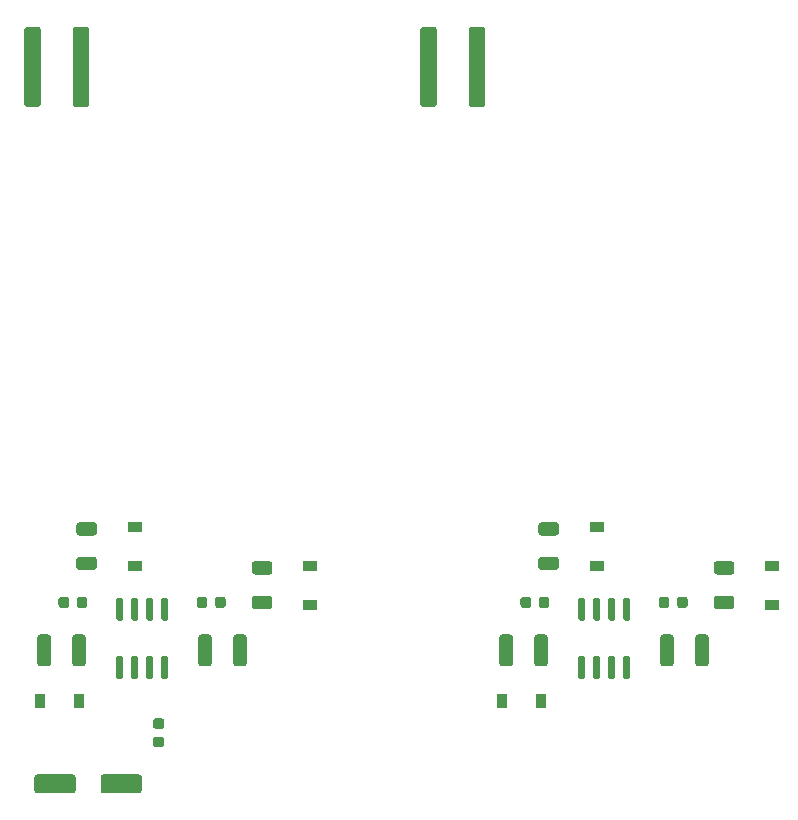
<source format=gbr>
%TF.GenerationSoftware,KiCad,Pcbnew,(5.1.9)-1*%
%TF.CreationDate,2021-02-12T13:26:54-08:00*%
%TF.ProjectId,VFD,5646442e-6b69-4636-9164-5f7063625858,1.0*%
%TF.SameCoordinates,PX50e7ea0PY815a420*%
%TF.FileFunction,Paste,Top*%
%TF.FilePolarity,Positive*%
%FSLAX46Y46*%
G04 Gerber Fmt 4.6, Leading zero omitted, Abs format (unit mm)*
G04 Created by KiCad (PCBNEW (5.1.9)-1) date 2021-02-12 13:26:54*
%MOMM*%
%LPD*%
G01*
G04 APERTURE LIST*
%ADD10R,0.900000X1.200000*%
%ADD11R,1.200000X0.900000*%
G04 APERTURE END LIST*
%TO.C,R1*%
G36*
G01*
X64144999Y24184500D02*
X65395001Y24184500D01*
G75*
G02*
X65645000Y23934501I0J-249999D01*
G01*
X65645000Y23309499D01*
G75*
G02*
X65395001Y23059500I-249999J0D01*
G01*
X64144999Y23059500D01*
G75*
G02*
X63895000Y23309499I0J249999D01*
G01*
X63895000Y23934501D01*
G75*
G02*
X64144999Y24184500I249999J0D01*
G01*
G37*
G36*
G01*
X64144999Y27109500D02*
X65395001Y27109500D01*
G75*
G02*
X65645000Y26859501I0J-249999D01*
G01*
X65645000Y26234499D01*
G75*
G02*
X65395001Y25984500I-249999J0D01*
G01*
X64144999Y25984500D01*
G75*
G02*
X63895000Y26234499I0J249999D01*
G01*
X63895000Y26859501D01*
G75*
G02*
X64144999Y27109500I249999J0D01*
G01*
G37*
%TD*%
D10*
%TO.C,D7*%
X103251000Y11938000D03*
X99951000Y11938000D03*
%TD*%
D11*
%TO.C,D5*%
X107950000Y23368000D03*
X107950000Y26668000D03*
%TD*%
%TO.C,D6*%
X122809000Y20066000D03*
X122809000Y23366000D03*
%TD*%
%TO.C,U2*%
G36*
G01*
X106830000Y13822000D02*
X106530000Y13822000D01*
G75*
G02*
X106380000Y13972000I0J150000D01*
G01*
X106380000Y15622000D01*
G75*
G02*
X106530000Y15772000I150000J0D01*
G01*
X106830000Y15772000D01*
G75*
G02*
X106980000Y15622000I0J-150000D01*
G01*
X106980000Y13972000D01*
G75*
G02*
X106830000Y13822000I-150000J0D01*
G01*
G37*
G36*
G01*
X108100000Y13822000D02*
X107800000Y13822000D01*
G75*
G02*
X107650000Y13972000I0J150000D01*
G01*
X107650000Y15622000D01*
G75*
G02*
X107800000Y15772000I150000J0D01*
G01*
X108100000Y15772000D01*
G75*
G02*
X108250000Y15622000I0J-150000D01*
G01*
X108250000Y13972000D01*
G75*
G02*
X108100000Y13822000I-150000J0D01*
G01*
G37*
G36*
G01*
X109370000Y13822000D02*
X109070000Y13822000D01*
G75*
G02*
X108920000Y13972000I0J150000D01*
G01*
X108920000Y15622000D01*
G75*
G02*
X109070000Y15772000I150000J0D01*
G01*
X109370000Y15772000D01*
G75*
G02*
X109520000Y15622000I0J-150000D01*
G01*
X109520000Y13972000D01*
G75*
G02*
X109370000Y13822000I-150000J0D01*
G01*
G37*
G36*
G01*
X110640000Y13822000D02*
X110340000Y13822000D01*
G75*
G02*
X110190000Y13972000I0J150000D01*
G01*
X110190000Y15622000D01*
G75*
G02*
X110340000Y15772000I150000J0D01*
G01*
X110640000Y15772000D01*
G75*
G02*
X110790000Y15622000I0J-150000D01*
G01*
X110790000Y13972000D01*
G75*
G02*
X110640000Y13822000I-150000J0D01*
G01*
G37*
G36*
G01*
X110640000Y18772000D02*
X110340000Y18772000D01*
G75*
G02*
X110190000Y18922000I0J150000D01*
G01*
X110190000Y20572000D01*
G75*
G02*
X110340000Y20722000I150000J0D01*
G01*
X110640000Y20722000D01*
G75*
G02*
X110790000Y20572000I0J-150000D01*
G01*
X110790000Y18922000D01*
G75*
G02*
X110640000Y18772000I-150000J0D01*
G01*
G37*
G36*
G01*
X109370000Y18772000D02*
X109070000Y18772000D01*
G75*
G02*
X108920000Y18922000I0J150000D01*
G01*
X108920000Y20572000D01*
G75*
G02*
X109070000Y20722000I150000J0D01*
G01*
X109370000Y20722000D01*
G75*
G02*
X109520000Y20572000I0J-150000D01*
G01*
X109520000Y18922000D01*
G75*
G02*
X109370000Y18772000I-150000J0D01*
G01*
G37*
G36*
G01*
X108100000Y18772000D02*
X107800000Y18772000D01*
G75*
G02*
X107650000Y18922000I0J150000D01*
G01*
X107650000Y20572000D01*
G75*
G02*
X107800000Y20722000I150000J0D01*
G01*
X108100000Y20722000D01*
G75*
G02*
X108250000Y20572000I0J-150000D01*
G01*
X108250000Y18922000D01*
G75*
G02*
X108100000Y18772000I-150000J0D01*
G01*
G37*
G36*
G01*
X106830000Y18772000D02*
X106530000Y18772000D01*
G75*
G02*
X106380000Y18922000I0J150000D01*
G01*
X106380000Y20572000D01*
G75*
G02*
X106530000Y20722000I150000J0D01*
G01*
X106830000Y20722000D01*
G75*
G02*
X106980000Y20572000I0J-150000D01*
G01*
X106980000Y18922000D01*
G75*
G02*
X106830000Y18772000I-150000J0D01*
G01*
G37*
%TD*%
%TO.C,R3*%
G36*
G01*
X103260999Y27109500D02*
X104511001Y27109500D01*
G75*
G02*
X104761000Y26859501I0J-249999D01*
G01*
X104761000Y26234499D01*
G75*
G02*
X104511001Y25984500I-249999J0D01*
G01*
X103260999Y25984500D01*
G75*
G02*
X103011000Y26234499I0J249999D01*
G01*
X103011000Y26859501D01*
G75*
G02*
X103260999Y27109500I249999J0D01*
G01*
G37*
G36*
G01*
X103260999Y24184500D02*
X104511001Y24184500D01*
G75*
G02*
X104761000Y23934501I0J-249999D01*
G01*
X104761000Y23309499D01*
G75*
G02*
X104511001Y23059500I-249999J0D01*
G01*
X103260999Y23059500D01*
G75*
G02*
X103011000Y23309499I0J249999D01*
G01*
X103011000Y23934501D01*
G75*
G02*
X103260999Y24184500I249999J0D01*
G01*
G37*
%TD*%
%TO.C,R4*%
G36*
G01*
X118119999Y23807500D02*
X119370001Y23807500D01*
G75*
G02*
X119620000Y23557501I0J-249999D01*
G01*
X119620000Y22932499D01*
G75*
G02*
X119370001Y22682500I-249999J0D01*
G01*
X118119999Y22682500D01*
G75*
G02*
X117870000Y22932499I0J249999D01*
G01*
X117870000Y23557501D01*
G75*
G02*
X118119999Y23807500I249999J0D01*
G01*
G37*
G36*
G01*
X118119999Y20882500D02*
X119370001Y20882500D01*
G75*
G02*
X119620000Y20632501I0J-249999D01*
G01*
X119620000Y20007499D01*
G75*
G02*
X119370001Y19757500I-249999J0D01*
G01*
X118119999Y19757500D01*
G75*
G02*
X117870000Y20007499I0J249999D01*
G01*
X117870000Y20632501D01*
G75*
G02*
X118119999Y20882500I249999J0D01*
G01*
G37*
%TD*%
%TO.C,C16*%
G36*
G01*
X113344000Y15155999D02*
X113344000Y17356001D01*
G75*
G02*
X113593999Y17606000I249999J0D01*
G01*
X114244001Y17606000D01*
G75*
G02*
X114494000Y17356001I0J-249999D01*
G01*
X114494000Y15155999D01*
G75*
G02*
X114244001Y14906000I-249999J0D01*
G01*
X113593999Y14906000D01*
G75*
G02*
X113344000Y15155999I0J249999D01*
G01*
G37*
G36*
G01*
X116294000Y15155999D02*
X116294000Y17356001D01*
G75*
G02*
X116543999Y17606000I249999J0D01*
G01*
X117194001Y17606000D01*
G75*
G02*
X117444000Y17356001I0J-249999D01*
G01*
X117444000Y15155999D01*
G75*
G02*
X117194001Y14906000I-249999J0D01*
G01*
X116543999Y14906000D01*
G75*
G02*
X116294000Y15155999I0J249999D01*
G01*
G37*
%TD*%
%TO.C,C17*%
G36*
G01*
X113215000Y20070000D02*
X113215000Y20570000D01*
G75*
G02*
X113440000Y20795000I225000J0D01*
G01*
X113890000Y20795000D01*
G75*
G02*
X114115000Y20570000I0J-225000D01*
G01*
X114115000Y20070000D01*
G75*
G02*
X113890000Y19845000I-225000J0D01*
G01*
X113440000Y19845000D01*
G75*
G02*
X113215000Y20070000I0J225000D01*
G01*
G37*
G36*
G01*
X114765000Y20070000D02*
X114765000Y20570000D01*
G75*
G02*
X114990000Y20795000I225000J0D01*
G01*
X115440000Y20795000D01*
G75*
G02*
X115665000Y20570000I0J-225000D01*
G01*
X115665000Y20070000D01*
G75*
G02*
X115440000Y19845000I-225000J0D01*
G01*
X114990000Y19845000D01*
G75*
G02*
X114765000Y20070000I0J225000D01*
G01*
G37*
%TD*%
%TO.C,C14*%
G36*
G01*
X103826000Y17356001D02*
X103826000Y15155999D01*
G75*
G02*
X103576001Y14906000I-249999J0D01*
G01*
X102925999Y14906000D01*
G75*
G02*
X102676000Y15155999I0J249999D01*
G01*
X102676000Y17356001D01*
G75*
G02*
X102925999Y17606000I249999J0D01*
G01*
X103576001Y17606000D01*
G75*
G02*
X103826000Y17356001I0J-249999D01*
G01*
G37*
G36*
G01*
X100876000Y17356001D02*
X100876000Y15155999D01*
G75*
G02*
X100626001Y14906000I-249999J0D01*
G01*
X99975999Y14906000D01*
G75*
G02*
X99726000Y15155999I0J249999D01*
G01*
X99726000Y17356001D01*
G75*
G02*
X99975999Y17606000I249999J0D01*
G01*
X100626001Y17606000D01*
G75*
G02*
X100876000Y17356001I0J-249999D01*
G01*
G37*
%TD*%
%TO.C,C12*%
G36*
G01*
X103955000Y20570000D02*
X103955000Y20070000D01*
G75*
G02*
X103730000Y19845000I-225000J0D01*
G01*
X103280000Y19845000D01*
G75*
G02*
X103055000Y20070000I0J225000D01*
G01*
X103055000Y20570000D01*
G75*
G02*
X103280000Y20795000I225000J0D01*
G01*
X103730000Y20795000D01*
G75*
G02*
X103955000Y20570000I0J-225000D01*
G01*
G37*
G36*
G01*
X102405000Y20570000D02*
X102405000Y20070000D01*
G75*
G02*
X102180000Y19845000I-225000J0D01*
G01*
X101730000Y19845000D01*
G75*
G02*
X101505000Y20070000I0J225000D01*
G01*
X101505000Y20570000D01*
G75*
G02*
X101730000Y20795000I225000J0D01*
G01*
X102180000Y20795000D01*
G75*
G02*
X102405000Y20570000I0J-225000D01*
G01*
G37*
%TD*%
%TO.C,R2*%
G36*
G01*
X79003999Y20882500D02*
X80254001Y20882500D01*
G75*
G02*
X80504000Y20632501I0J-249999D01*
G01*
X80504000Y20007499D01*
G75*
G02*
X80254001Y19757500I-249999J0D01*
G01*
X79003999Y19757500D01*
G75*
G02*
X78754000Y20007499I0J249999D01*
G01*
X78754000Y20632501D01*
G75*
G02*
X79003999Y20882500I249999J0D01*
G01*
G37*
G36*
G01*
X79003999Y23807500D02*
X80254001Y23807500D01*
G75*
G02*
X80504000Y23557501I0J-249999D01*
G01*
X80504000Y22932499D01*
G75*
G02*
X80254001Y22682500I-249999J0D01*
G01*
X79003999Y22682500D01*
G75*
G02*
X78754000Y22932499I0J249999D01*
G01*
X78754000Y23557501D01*
G75*
G02*
X79003999Y23807500I249999J0D01*
G01*
G37*
%TD*%
%TO.C,U1*%
G36*
G01*
X67714000Y18772000D02*
X67414000Y18772000D01*
G75*
G02*
X67264000Y18922000I0J150000D01*
G01*
X67264000Y20572000D01*
G75*
G02*
X67414000Y20722000I150000J0D01*
G01*
X67714000Y20722000D01*
G75*
G02*
X67864000Y20572000I0J-150000D01*
G01*
X67864000Y18922000D01*
G75*
G02*
X67714000Y18772000I-150000J0D01*
G01*
G37*
G36*
G01*
X68984000Y18772000D02*
X68684000Y18772000D01*
G75*
G02*
X68534000Y18922000I0J150000D01*
G01*
X68534000Y20572000D01*
G75*
G02*
X68684000Y20722000I150000J0D01*
G01*
X68984000Y20722000D01*
G75*
G02*
X69134000Y20572000I0J-150000D01*
G01*
X69134000Y18922000D01*
G75*
G02*
X68984000Y18772000I-150000J0D01*
G01*
G37*
G36*
G01*
X70254000Y18772000D02*
X69954000Y18772000D01*
G75*
G02*
X69804000Y18922000I0J150000D01*
G01*
X69804000Y20572000D01*
G75*
G02*
X69954000Y20722000I150000J0D01*
G01*
X70254000Y20722000D01*
G75*
G02*
X70404000Y20572000I0J-150000D01*
G01*
X70404000Y18922000D01*
G75*
G02*
X70254000Y18772000I-150000J0D01*
G01*
G37*
G36*
G01*
X71524000Y18772000D02*
X71224000Y18772000D01*
G75*
G02*
X71074000Y18922000I0J150000D01*
G01*
X71074000Y20572000D01*
G75*
G02*
X71224000Y20722000I150000J0D01*
G01*
X71524000Y20722000D01*
G75*
G02*
X71674000Y20572000I0J-150000D01*
G01*
X71674000Y18922000D01*
G75*
G02*
X71524000Y18772000I-150000J0D01*
G01*
G37*
G36*
G01*
X71524000Y13822000D02*
X71224000Y13822000D01*
G75*
G02*
X71074000Y13972000I0J150000D01*
G01*
X71074000Y15622000D01*
G75*
G02*
X71224000Y15772000I150000J0D01*
G01*
X71524000Y15772000D01*
G75*
G02*
X71674000Y15622000I0J-150000D01*
G01*
X71674000Y13972000D01*
G75*
G02*
X71524000Y13822000I-150000J0D01*
G01*
G37*
G36*
G01*
X70254000Y13822000D02*
X69954000Y13822000D01*
G75*
G02*
X69804000Y13972000I0J150000D01*
G01*
X69804000Y15622000D01*
G75*
G02*
X69954000Y15772000I150000J0D01*
G01*
X70254000Y15772000D01*
G75*
G02*
X70404000Y15622000I0J-150000D01*
G01*
X70404000Y13972000D01*
G75*
G02*
X70254000Y13822000I-150000J0D01*
G01*
G37*
G36*
G01*
X68984000Y13822000D02*
X68684000Y13822000D01*
G75*
G02*
X68534000Y13972000I0J150000D01*
G01*
X68534000Y15622000D01*
G75*
G02*
X68684000Y15772000I150000J0D01*
G01*
X68984000Y15772000D01*
G75*
G02*
X69134000Y15622000I0J-150000D01*
G01*
X69134000Y13972000D01*
G75*
G02*
X68984000Y13822000I-150000J0D01*
G01*
G37*
G36*
G01*
X67714000Y13822000D02*
X67414000Y13822000D01*
G75*
G02*
X67264000Y13972000I0J150000D01*
G01*
X67264000Y15622000D01*
G75*
G02*
X67414000Y15772000I150000J0D01*
G01*
X67714000Y15772000D01*
G75*
G02*
X67864000Y15622000I0J-150000D01*
G01*
X67864000Y13972000D01*
G75*
G02*
X67714000Y13822000I-150000J0D01*
G01*
G37*
%TD*%
%TO.C,D3*%
X83693000Y23366000D03*
X83693000Y20066000D03*
%TD*%
%TO.C,D2*%
X68834000Y26668000D03*
X68834000Y23368000D03*
%TD*%
D10*
%TO.C,D1*%
X60835000Y11938000D03*
X64135000Y11938000D03*
%TD*%
%TO.C,C9*%
G36*
G01*
X97126000Y62508999D02*
X97126000Y68809001D01*
G75*
G02*
X97375999Y69059000I249999J0D01*
G01*
X98276001Y69059000D01*
G75*
G02*
X98526000Y68809001I0J-249999D01*
G01*
X98526000Y62508999D01*
G75*
G02*
X98276001Y62259000I-249999J0D01*
G01*
X97375999Y62259000D01*
G75*
G02*
X97126000Y62508999I0J249999D01*
G01*
G37*
G36*
G01*
X93026000Y62508999D02*
X93026000Y68809001D01*
G75*
G02*
X93275999Y69059000I249999J0D01*
G01*
X94176001Y69059000D01*
G75*
G02*
X94426000Y68809001I0J-249999D01*
G01*
X94426000Y62508999D01*
G75*
G02*
X94176001Y62259000I-249999J0D01*
G01*
X93275999Y62259000D01*
G75*
G02*
X93026000Y62508999I0J249999D01*
G01*
G37*
%TD*%
%TO.C,C7*%
G36*
G01*
X70616000Y8959000D02*
X71116000Y8959000D01*
G75*
G02*
X71341000Y8734000I0J-225000D01*
G01*
X71341000Y8284000D01*
G75*
G02*
X71116000Y8059000I-225000J0D01*
G01*
X70616000Y8059000D01*
G75*
G02*
X70391000Y8284000I0J225000D01*
G01*
X70391000Y8734000D01*
G75*
G02*
X70616000Y8959000I225000J0D01*
G01*
G37*
G36*
G01*
X70616000Y10509000D02*
X71116000Y10509000D01*
G75*
G02*
X71341000Y10284000I0J-225000D01*
G01*
X71341000Y9834000D01*
G75*
G02*
X71116000Y9609000I-225000J0D01*
G01*
X70616000Y9609000D01*
G75*
G02*
X70391000Y9834000I0J225000D01*
G01*
X70391000Y10284000D01*
G75*
G02*
X70616000Y10509000I225000J0D01*
G01*
G37*
%TD*%
%TO.C,C6*%
G36*
G01*
X63598000Y62508999D02*
X63598000Y68809001D01*
G75*
G02*
X63847999Y69059000I249999J0D01*
G01*
X64748001Y69059000D01*
G75*
G02*
X64998000Y68809001I0J-249999D01*
G01*
X64998000Y62508999D01*
G75*
G02*
X64748001Y62259000I-249999J0D01*
G01*
X63847999Y62259000D01*
G75*
G02*
X63598000Y62508999I0J249999D01*
G01*
G37*
G36*
G01*
X59498000Y62508999D02*
X59498000Y68809001D01*
G75*
G02*
X59747999Y69059000I249999J0D01*
G01*
X60648001Y69059000D01*
G75*
G02*
X60898000Y68809001I0J-249999D01*
G01*
X60898000Y62508999D01*
G75*
G02*
X60648001Y62259000I-249999J0D01*
G01*
X59747999Y62259000D01*
G75*
G02*
X59498000Y62508999I0J249999D01*
G01*
G37*
%TD*%
%TO.C,C5*%
G36*
G01*
X65953000Y4403000D02*
X65953000Y5503000D01*
G75*
G02*
X66203000Y5753000I250000J0D01*
G01*
X69203000Y5753000D01*
G75*
G02*
X69453000Y5503000I0J-250000D01*
G01*
X69453000Y4403000D01*
G75*
G02*
X69203000Y4153000I-250000J0D01*
G01*
X66203000Y4153000D01*
G75*
G02*
X65953000Y4403000I0J250000D01*
G01*
G37*
G36*
G01*
X60353000Y4403000D02*
X60353000Y5503000D01*
G75*
G02*
X60603000Y5753000I250000J0D01*
G01*
X63603000Y5753000D01*
G75*
G02*
X63853000Y5503000I0J-250000D01*
G01*
X63853000Y4403000D01*
G75*
G02*
X63603000Y4153000I-250000J0D01*
G01*
X60603000Y4153000D01*
G75*
G02*
X60353000Y4403000I0J250000D01*
G01*
G37*
%TD*%
%TO.C,C4*%
G36*
G01*
X63289000Y20570000D02*
X63289000Y20070000D01*
G75*
G02*
X63064000Y19845000I-225000J0D01*
G01*
X62614000Y19845000D01*
G75*
G02*
X62389000Y20070000I0J225000D01*
G01*
X62389000Y20570000D01*
G75*
G02*
X62614000Y20795000I225000J0D01*
G01*
X63064000Y20795000D01*
G75*
G02*
X63289000Y20570000I0J-225000D01*
G01*
G37*
G36*
G01*
X64839000Y20570000D02*
X64839000Y20070000D01*
G75*
G02*
X64614000Y19845000I-225000J0D01*
G01*
X64164000Y19845000D01*
G75*
G02*
X63939000Y20070000I0J225000D01*
G01*
X63939000Y20570000D01*
G75*
G02*
X64164000Y20795000I225000J0D01*
G01*
X64614000Y20795000D01*
G75*
G02*
X64839000Y20570000I0J-225000D01*
G01*
G37*
%TD*%
%TO.C,C3*%
G36*
G01*
X61760000Y17356001D02*
X61760000Y15155999D01*
G75*
G02*
X61510001Y14906000I-249999J0D01*
G01*
X60859999Y14906000D01*
G75*
G02*
X60610000Y15155999I0J249999D01*
G01*
X60610000Y17356001D01*
G75*
G02*
X60859999Y17606000I249999J0D01*
G01*
X61510001Y17606000D01*
G75*
G02*
X61760000Y17356001I0J-249999D01*
G01*
G37*
G36*
G01*
X64710000Y17356001D02*
X64710000Y15155999D01*
G75*
G02*
X64460001Y14906000I-249999J0D01*
G01*
X63809999Y14906000D01*
G75*
G02*
X63560000Y15155999I0J249999D01*
G01*
X63560000Y17356001D01*
G75*
G02*
X63809999Y17606000I249999J0D01*
G01*
X64460001Y17606000D01*
G75*
G02*
X64710000Y17356001I0J-249999D01*
G01*
G37*
%TD*%
%TO.C,C2*%
G36*
G01*
X77178000Y15155999D02*
X77178000Y17356001D01*
G75*
G02*
X77427999Y17606000I249999J0D01*
G01*
X78078001Y17606000D01*
G75*
G02*
X78328000Y17356001I0J-249999D01*
G01*
X78328000Y15155999D01*
G75*
G02*
X78078001Y14906000I-249999J0D01*
G01*
X77427999Y14906000D01*
G75*
G02*
X77178000Y15155999I0J249999D01*
G01*
G37*
G36*
G01*
X74228000Y15155999D02*
X74228000Y17356001D01*
G75*
G02*
X74477999Y17606000I249999J0D01*
G01*
X75128001Y17606000D01*
G75*
G02*
X75378000Y17356001I0J-249999D01*
G01*
X75378000Y15155999D01*
G75*
G02*
X75128001Y14906000I-249999J0D01*
G01*
X74477999Y14906000D01*
G75*
G02*
X74228000Y15155999I0J249999D01*
G01*
G37*
%TD*%
%TO.C,C1*%
G36*
G01*
X75649000Y20070000D02*
X75649000Y20570000D01*
G75*
G02*
X75874000Y20795000I225000J0D01*
G01*
X76324000Y20795000D01*
G75*
G02*
X76549000Y20570000I0J-225000D01*
G01*
X76549000Y20070000D01*
G75*
G02*
X76324000Y19845000I-225000J0D01*
G01*
X75874000Y19845000D01*
G75*
G02*
X75649000Y20070000I0J225000D01*
G01*
G37*
G36*
G01*
X74099000Y20070000D02*
X74099000Y20570000D01*
G75*
G02*
X74324000Y20795000I225000J0D01*
G01*
X74774000Y20795000D01*
G75*
G02*
X74999000Y20570000I0J-225000D01*
G01*
X74999000Y20070000D01*
G75*
G02*
X74774000Y19845000I-225000J0D01*
G01*
X74324000Y19845000D01*
G75*
G02*
X74099000Y20070000I0J225000D01*
G01*
G37*
%TD*%
M02*

</source>
